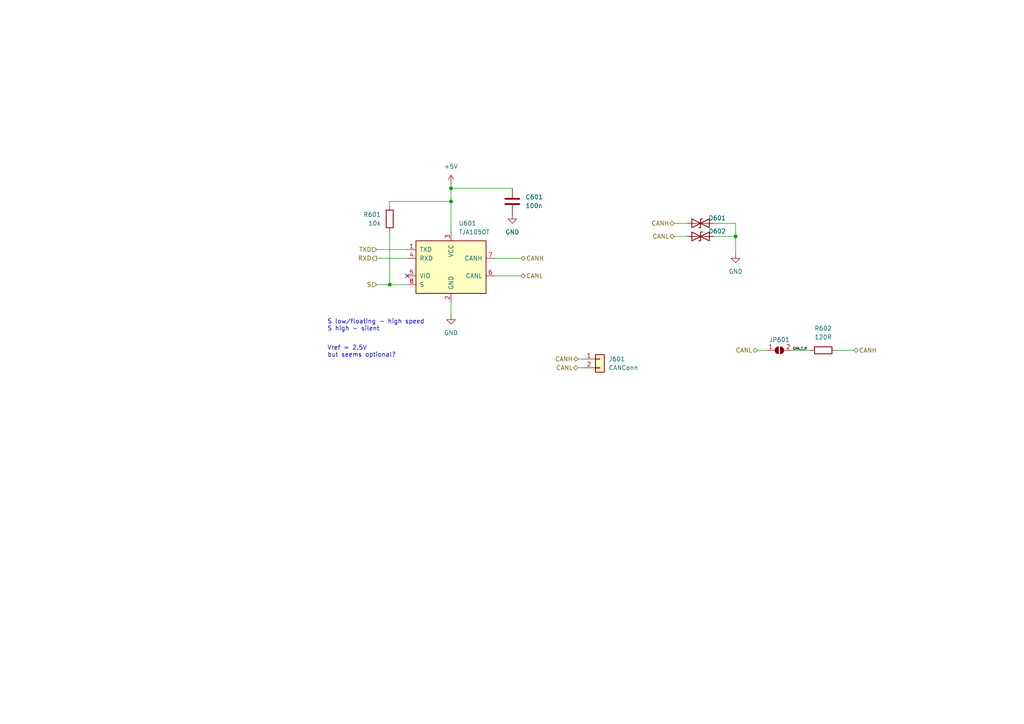
<source format=kicad_sch>
(kicad_sch (version 20231120) (generator "eeschema") (generator_version "8.0")
  (paper "A4")
  (lib_symbols
    (symbol "Connector_Generic:Conn_01x02" (pin_names (offset 1.016) hide)
      (property "Reference" "J" (at 0 2.54 0))
      (property "Value" "Conn_01x02" (at 0 -5.08 0))
      (symbol "Conn_01x02_1_1"
        (rectangle (start -1.27 -2.413) (end 0 -2.667) (stroke (width 0.1524)))
        (rectangle (start -1.27 0.127) (end 0 -0.127) (stroke (width 0.1524)))
        (rectangle (start -1.27 1.27) (end 1.27 -3.81) (stroke (width 0.254)) (fill (type background)))
        (pin passive line (at -5.08 0 0) (length 3.81) (name "Pin_1") (number "1"))
        (pin passive line (at -5.08 -2.54 0) (length 3.81) (name "Pin_2") (number "2"))
      )
    )
    (symbol "Device:C" (pin_numbers hide) (pin_names (offset 0.254))
      (property "Reference" "C" (at 0.635 2.54 0))
      (property "Value" "C" (at 0.635 -2.54 0))
      (symbol "C_0_1"
        (polyline (pts (xy -2.032 -0.762) (xy 2.032 -0.762)) (stroke (width 0.508)))
        (polyline (pts (xy -2.032 0.762) (xy 2.032 0.762)) (stroke (width 0.508)))
      )
      (symbol "C_1_1"
        (pin passive line (at 0 3.81 270) (length 2.794) (name "~") (number "1"))
        (pin passive line (at 0 -3.81 90) (length 2.794) (name "~") (number "2"))
      )
    )
    (symbol "Device:D_TVS" (pin_numbers hide) (pin_names (offset 1.016) hide)
      (property "Reference" "D" (at 0 2.54 0))
      (property "Value" "D_TVS" (at 0 -2.54 0))
      (symbol "D_TVS_0_1"
        (polyline (pts (xy 1.27 0) (xy -1.27 0)))
        (polyline (pts (xy 0.508 1.27) (xy 0 1.27) (xy 0 -1.27) (xy -0.508 -1.27)) (stroke (width 0.254)))
        (polyline (pts (xy -2.54 1.27) (xy -2.54 -1.27) (xy 2.54 1.27) (xy 2.54 -1.27) (xy -2.54 1.27)) (stroke (width 0.254)))
      )
      (symbol "D_TVS_1_1"
        (pin passive line (at -3.81 0 0) (length 2.54) (name "A1") (number "1"))
        (pin passive line (at 3.81 0 180) (length 2.54) (name "A2") (number "2"))
      )
    )
    (symbol "Device:R" (pin_numbers hide) (pin_names (offset 0))
      (property "Reference" "R" (at 2.032 0 90))
      (property "Value" "R" (at 0 0 90))
      (symbol "R_0_1"
        (rectangle (start -1.016 -2.54) (end 1.016 2.54) (stroke (width 0.254)))
      )
      (symbol "R_1_1"
        (pin passive line (at 0 3.81 270) (length 1.27) (name "~") (number "1"))
        (pin passive line (at 0 -3.81 90) (length 1.27) (name "~") (number "2"))
      )
    )
    (symbol "Jumper:SolderJumper_2_Open" (pin_names (offset 0) hide)
      (property "Reference" "JP" (at 0 2.032 0))
      (property "Value" "SolderJumper_2_Open" (at 0 -2.54 0))
      (symbol "SolderJumper_2_Open_0_1"
        (arc (start -0.254 1.016) (mid -1.2656 0) (end -0.254 -1.016))
        (arc (start -0.254 1.016) (mid -1.2656 0) (end -0.254 -1.016) (fill (type outline)))
        (polyline (pts (xy -0.254 1.016) (xy -0.254 -1.016)))
        (polyline (pts (xy 0.254 1.016) (xy 0.254 -1.016)))
        (arc (start 0.254 -1.016) (mid 1.2656 0) (end 0.254 1.016))
        (arc (start 0.254 -1.016) (mid 1.2656 0) (end 0.254 1.016) (fill (type outline)))
      )
      (symbol "SolderJumper_2_Open_1_1"
        (pin passive line (at -3.81 0 0) (length 2.54) (name "A") (number "1"))
        (pin passive line (at 3.81 0 180) (length 2.54) (name "B") (number "2"))
      )
    )
    (symbol "can:TJA1050T" (pin_names (offset 1.016))
      (property "Reference" "U" (at -10.16 8.89 0))
      (property "Value" "TJA1050T" (at 1.27 8.89 0))
      (symbol "TJA1050T_0_1"
        (rectangle (start -10.16 7.62) (end 10.16 -7.62) (stroke (width 0.254)) (fill (type background)))
      )
      (symbol "TJA1050T_1_1"
        (pin input line (at -12.7 5.08 0) (length 2.54) (name "TXD") (number "1"))
        (pin power_in line (at 0 -10.16 90) (length 2.54) (name "GND") (number "2"))
        (pin power_in line (at 0 10.16 270) (length 2.54) (name "VCC") (number "3"))
        (pin output line (at -12.7 2.54 0) (length 2.54) (name "RXD") (number "4"))
        (pin power_in line (at -12.7 -2.54 0) (length 2.54) (name "VIO") (number "5"))
        (pin bidirectional line (at 12.7 -2.54 180) (length 2.54) (name "CANL") (number "6"))
        (pin bidirectional line (at 12.7 2.54 180) (length 2.54) (name "CANH") (number "7"))
        (pin input line (at -12.7 -5.08 0) (length 2.54) (name "S") (number "8"))
      )
    )
    (symbol "power:+5V" (power) (pin_numbers hide) (pin_names (offset 0) hide)
      (property "Value" "+5V" (at 0 3.556 0))
      (symbol "+5V_0_1"
        (polyline (pts (xy -0.762 1.27) (xy 0 2.54)))
        (polyline (pts (xy 0 0) (xy 0 2.54)))
        (polyline (pts (xy 0 2.54) (xy 0.762 1.27)))
      )
      (symbol "+5V_1_1"
        (pin power_in line (at 0 0 90) (length 0) (name "~") (number "1"))
      )
    )
    (symbol "power:GND" (power) (pin_numbers hide) (pin_names (offset 0) hide)
      (property "Value" "GND" (at 0 -3.81 0))
      (symbol "GND_0_1"
        (polyline (pts (xy 0 0) (xy 0 -1.27) (xy 1.27 -1.27) (xy 0 -2.54) (xy -1.27 -1.27) (xy 0 -1.27)))
      )
      (symbol "GND_1_1"
        (pin power_in line (at 0 0 270) (length 0) (name "~") (number "1"))
      )
    )
  )
  (junction (at 113.03 82.55))
  (junction (at 130.81 54.61))
  (junction (at 130.81 58.42))
  (junction (at 213.36 68.58))
  (no_connect (at 118.11 80.01))
  (wire (pts (xy 213.36 64.77) (xy 213.36 68.58)))
  (wire (pts (xy 130.81 58.42) (xy 130.81 67.31)))
  (wire (pts (xy 167.64 104.14) (xy 168.91 104.14)))
  (wire (pts (xy 207.01 68.58) (xy 213.36 68.58)))
  (wire (pts (xy 234.95 101.6) (xy 229.87 101.6)))
  (wire (pts (xy 113.03 58.42) (xy 113.03 59.69)))
  (wire (pts (xy 130.81 54.61) (xy 130.81 58.42)))
  (wire (pts (xy 213.36 73.66) (xy 213.36 68.58)))
  (wire (pts (xy 195.58 68.58) (xy 199.39 68.58)))
  (wire (pts (xy 143.51 74.93) (xy 151.13 74.93)))
  (wire (pts (xy 113.03 82.55) (xy 118.11 82.55)))
  (wire (pts (xy 109.22 74.93) (xy 118.11 74.93)))
  (wire (pts (xy 113.03 58.42) (xy 130.81 58.42)))
  (wire (pts (xy 195.58 64.77) (xy 199.39 64.77)))
  (wire (pts (xy 167.64 106.68) (xy 168.91 106.68)))
  (wire (pts (xy 242.57 101.6) (xy 247.65 101.6)))
  (wire (pts (xy 143.51 80.01) (xy 151.13 80.01)))
  (wire (pts (xy 109.22 72.39) (xy 118.11 72.39)))
  (wire (pts (xy 113.03 67.31) (xy 113.03 82.55)))
  (wire (pts (xy 130.81 54.61) (xy 148.59 54.61)))
  (wire (pts (xy 109.22 82.55) (xy 113.03 82.55)))
  (wire (pts (xy 130.81 91.44) (xy 130.81 87.63)))
  (wire (pts (xy 222.25 101.6) (xy 219.71 101.6)))
  (wire (pts (xy 207.01 64.77) (xy 213.36 64.77)))
  (wire (pts (xy 130.81 53.34) (xy 130.81 54.61)))
  (text_box "S low/floating - high speed\nS high - silent" (at 93.98 91.44 0) (size 30.48 3.81) (stroke (width -0.0001)) (effects (font (size 1.27 1.27)) (justify left top)))
  (text_box "Vref = 2.5V\nbut seems optional?" (at 93.98 99.06 0) (size 30.48 3.81) (stroke (width -0.0001)) (effects (font (size 1.27 1.27)) (justify left top)))
  (label "CAN_T_R" (at 229.87 101.6 0) (effects (font (size 0.65 0.65))))
  (hierarchical_label "CANH" (shape bidirectional) (at 167.64 104.14 180))
  (hierarchical_label "CANL" (shape bidirectional) (at 219.71 101.6 180))
  (hierarchical_label "RXD" (shape output) (at 109.22 74.93 180))
  (hierarchical_label "S" (shape input) (at 109.22 82.55 180))
  (hierarchical_label "CANL" (shape bidirectional) (at 195.58 68.58 180))
  (hierarchical_label "CANH" (shape bidirectional) (at 247.65 101.6 0))
  (hierarchical_label "CANH" (shape bidirectional) (at 195.58 64.77 180))
  (hierarchical_label "CANL" (shape bidirectional) (at 167.64 106.68 180))
  (hierarchical_label "TXD" (shape input) (at 109.22 72.39 180))
  (hierarchical_label "CANL" (shape bidirectional) (at 151.13 80.01 0))
  (hierarchical_label "CANH" (shape bidirectional) (at 151.13 74.93 0))
  (symbol (lib_id "Connector_Generic:Conn_01x02") (at 173.99 104.14 0) (unit 1) (in_bom no)
    (property "Reference" "J601" (at 176.53 104.1399 0) (effects (justify left)))
    (property "Value" "CANConn" (at 176.53 106.6799 0) (effects (justify left)))
    (property "Footprint" "Connector_PinHeader_2.54mm:PinHeader_1x02_P2.54mm_Horizontal" (effects (hide yes)))
    (property "Description" "Generic connector, single row, 01x02, script generated (kicad-library-utils/schlib/autogen/connector/)" (effects (hide yes)))
  )
  (symbol (lib_id "Device:R") (at 113.03 63.5 0) (mirror y) (unit 1)
    (property "Reference" "R601" (at 110.49 62.2299 0) (effects (justify left)))
    (property "Value" "10k" (at 110.49 64.7699 0) (effects (justify left)))
    (property "Footprint" "Resistor_SMD:R_0402_1005Metric" (effects (hide yes)))
    (property "Description" "Resistor" (effects (hide yes)))
    (property "LCSC" "C25744" (effects (hide yes)))
  )
  (symbol (lib_id "power:+5V") (at 130.81 53.34 0) (unit 1)
    (property "Reference" "#PWR0601" (effects (hide yes)))
    (property "Value" "+5V" (at 130.81 48.26 0))
    (property "Description" "Power symbol creates a global label with name \"+5V\"" (effects (hide yes)))
  )
  (symbol (lib_id "Device:C") (at 148.59 58.42 0) (unit 1)
    (property "Reference" "C601" (at 152.4 57.1499 0) (effects (justify left)))
    (property "Value" "100n" (at 152.4 59.6899 0) (effects (justify left)))
    (property "Footprint" "Capacitor_SMD:C_0402_1005Metric" (effects (hide yes)))
    (property "Description" "Unpolarized capacitor" (effects (hide yes)))
    (property "LCSC" "C1525" (effects (hide yes)))
  )
  (symbol (lib_id "power:GND") (at 213.36 73.66 0) (unit 1)
    (property "Reference" "#PWR0603" (effects (hide yes)))
    (property "Value" "GND" (at 213.36 78.74 0))
    (property "Description" "Power symbol creates a global label with name \"GND\" , ground" (effects (hide yes)))
  )
  (symbol (lib_id "Jumper:SolderJumper_2_Open") (at 226.06 101.6 0) (unit 1) (in_bom no)
    (property "Reference" "JP601" (at 226.06 98.552 0))
    (property "Value" "SolderJumper_2_Open" (effects (hide yes)))
    (property "Footprint" "led-matrix:SolderJumper-2_Open_RoundedPad_Smol" (effects (hide yes)))
    (property "Description" "Solder Jumper, 2-pole, open" (effects (hide yes)))
  )
  (symbol (lib_id "can:TJA1050T") (at 130.81 77.47 0) (unit 1)
    (property "Reference" "U601" (at 133.0041 64.77 0) (effects (justify left)))
    (property "Value" "TJA1050T" (at 133.0041 67.31 0) (effects (justify left)))
    (property "Footprint" "Package_SO:SOIC-8_3.9x4.9mm_P1.27mm" (effects (hide yes)))
    (property "Datasheet" "http://www.nxp.com/docs/en/data-sheet/TJA1050.pdf" (effects (hide yes)))
    (property "Description" "High-Speed CAN Transceiver, separate VIO, silent mode, SOIC-8" (effects (hide yes)))
    (property "LCSC" "C6952" (effects (hide yes)))
  )
  (symbol (lib_id "Device:D_TVS") (at 203.2 64.77 0) (unit 1)
    (property "Reference" "D601" (at 208.026 63.246 0))
    (property "Value" "H5VL10B" (effects (hide yes)))
    (property "Footprint" "led-matrix:DFN1006_TVS" (effects (hide yes)))
    (property "Description" "Bidirectional transient-voltage-suppression diode" (effects (hide yes)))
    (property "LCSC" "C7420372" (effects (hide yes)))
  )
  (symbol (lib_id "Device:R") (at 238.76 101.6 90) (unit 1)
    (property "Reference" "R602" (at 238.76 95.25 90))
    (property "Value" "120R" (at 238.76 97.79 90))
    (property "Footprint" "Resistor_SMD:R_0402_1005Metric" (effects (hide yes)))
    (property "Description" "Resistor" (effects (hide yes)))
    (property "LCSC" "C25079" (effects (hide yes)))
  )
  (symbol (lib_id "power:GND") (at 130.81 91.44 0) (unit 1)
    (property "Reference" "#PWR0604" (effects (hide yes)))
    (property "Value" "GND" (at 130.81 96.52 0))
    (property "Description" "Power symbol creates a global label with name \"GND\" , ground" (effects (hide yes)))
  )
  (symbol (lib_id "power:GND") (at 148.59 62.23 0) (unit 1)
    (property "Reference" "#PWR0602" (effects (hide yes)))
    (property "Value" "GND" (at 148.59 67.31 0))
    (property "Description" "Power symbol creates a global label with name \"GND\" , ground" (effects (hide yes)))
  )
  (symbol (lib_id "Device:D_TVS") (at 203.2 68.58 0) (unit 1)
    (property "Reference" "D602" (at 208.026 67.056 0))
    (property "Value" "H5VL10B" (effects (hide yes)))
    (property "Footprint" "led-matrix:DFN1006_TVS" (effects (hide yes)))
    (property "Description" "Bidirectional transient-voltage-suppression diode" (effects (hide yes)))
    (property "LCSC" "C7420372" (effects (hide yes)))
  )
)
</source>
